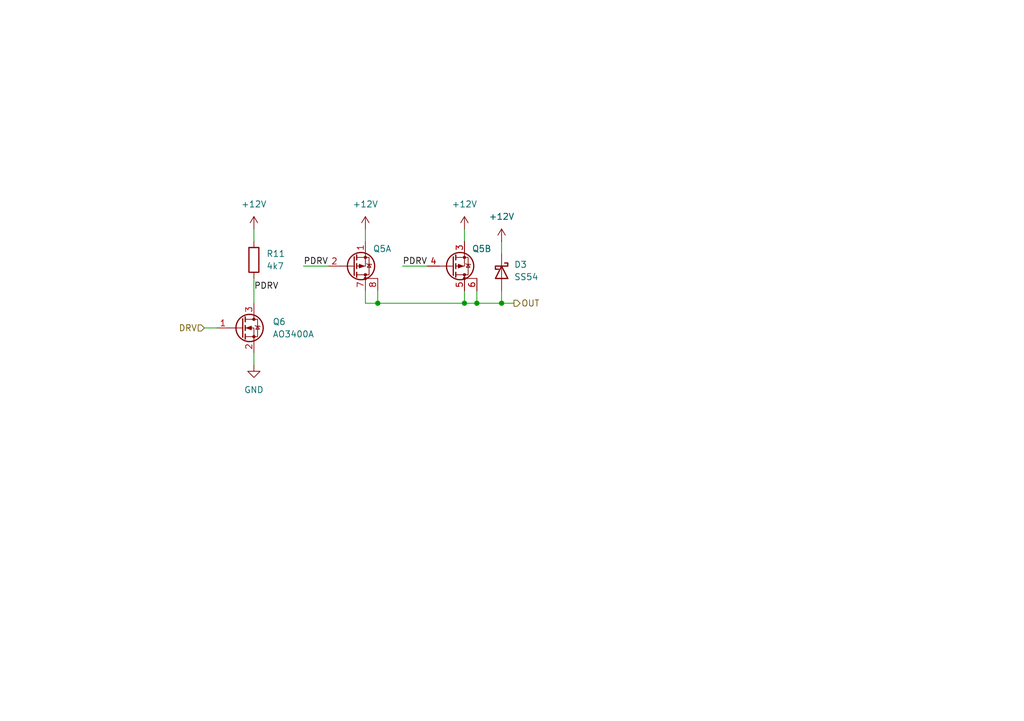
<source format=kicad_sch>
(kicad_sch (version 20231120) (generator "eeschema") (generator_version "8.0")
  (paper "A5")
  (lib_symbols
    (symbol "Device:D_Schottky" (pin_numbers hide) (pin_names (offset 1.016) hide)
      (property "Reference" "D" (at 0 2.54 0))
      (property "Value" "D_Schottky" (at 0 -2.54 0))
      (symbol "D_Schottky_0_1"
        (polyline (pts (xy 1.27 0) (xy -1.27 0)))
        (polyline (pts (xy 1.27 1.27) (xy 1.27 -1.27) (xy -1.27 0) (xy 1.27 1.27)) (stroke (width 0.254)))
        (polyline (pts (xy -1.905 0.635) (xy -1.905 1.27) (xy -1.27 1.27) (xy -1.27 -1.27) (xy -0.635 -1.27) (xy -0.635 -0.635)) (stroke (width 0.254)))
      )
      (symbol "D_Schottky_1_1"
        (pin passive line (at -3.81 0 0) (length 2.54) (name "K") (number "1"))
        (pin passive line (at 3.81 0 180) (length 2.54) (name "A") (number "2"))
      )
    )
    (symbol "Device:Q_Dual_PMOS_S1G1S2G2D2D2D1D1" (pin_names (offset 0) hide)
      (property "Reference" "Q" (at 6.35 1.27 0))
      (property "Value" "Q_Dual_PMOS_S1G1S2G2D2D2D1D1" (at 21.59 -1.27 0))
      (symbol "Q_Dual_PMOS_S1G1S2G2D2D2D1D1_0_1"
        (polyline (pts (xy 0.254 0) (xy -2.54 0)))
        (polyline (pts (xy 0.254 1.905) (xy 0.254 -1.905)) (stroke (width 0.254)))
        (polyline (pts (xy 0.762 -1.27) (xy 0.762 -2.286)) (stroke (width 0.254)))
        (polyline (pts (xy 0.762 0.508) (xy 0.762 -0.508)) (stroke (width 0.254)))
        (polyline (pts (xy 0.762 2.286) (xy 0.762 1.27)) (stroke (width 0.254)))
        (polyline (pts (xy 2.54 2.54) (xy 2.54 1.778)))
        (polyline (pts (xy 2.54 -2.54) (xy 2.54 0) (xy 0.762 0)))
        (polyline (pts (xy 0.762 1.778) (xy 3.302 1.778) (xy 3.302 -1.778) (xy 0.762 -1.778)))
        (polyline (pts (xy 2.286 0) (xy 1.27 0.381) (xy 1.27 -0.381) (xy 2.286 0)) (fill (type outline)))
        (polyline (pts (xy 2.794 -0.508) (xy 2.921 -0.381) (xy 3.683 -0.381) (xy 3.81 -0.254)))
        (polyline (pts (xy 3.302 -0.381) (xy 2.921 0.254) (xy 3.683 0.254) (xy 3.302 -0.381)))
        (circle (center 1.651 0) (radius 2.794) (stroke (width 0.254)))
        (circle (center 2.54 -1.778) (radius 0.254) (fill (type outline)))
        (circle (center 2.54 1.778) (radius 0.254) (fill (type outline)))
        (circle (center 2.54 2.54) (radius 0.254) (fill (type outline)))
        (rectangle (start 5.08 2.54) (end 2.54 2.54))
      )
      (symbol "Q_Dual_PMOS_S1G1S2G2D2D2D1D1_1_1"
        (pin passive line (at 2.54 -5.08 90) (length 2.54) (name "S") (number "1"))
        (pin input line (at -5.08 0 0) (length 2.54) (name "G") (number "2"))
        (pin passive line (at 2.54 5.08 270) (length 2.54) (name "D") (number "7"))
        (pin passive line (at 5.08 5.08 270) (length 2.54) (name "D") (number "8"))
      )
      (symbol "Q_Dual_PMOS_S1G1S2G2D2D2D1D1_2_1"
        (pin passive line (at 2.54 -5.08 90) (length 2.54) (name "S") (number "3"))
        (pin input line (at -5.08 0 0) (length 2.54) (name "G") (number "4"))
        (pin passive line (at 2.54 5.08 270) (length 2.54) (name "D") (number "5"))
        (pin passive line (at 5.08 5.08 270) (length 2.54) (name "D") (number "6"))
      )
    )
    (symbol "Device:R" (pin_numbers hide) (pin_names (offset 0))
      (property "Reference" "R" (at 2.032 0 90))
      (property "Value" "R" (at 0 0 90))
      (symbol "R_0_1"
        (rectangle (start -1.016 -2.54) (end 1.016 2.54) (stroke (width 0.254)))
      )
      (symbol "R_1_1"
        (pin passive line (at 0 3.81 270) (length 1.27) (name "~") (number "1"))
        (pin passive line (at 0 -3.81 90) (length 1.27) (name "~") (number "2"))
      )
    )
    (symbol "Transistor_FET:AO3400A" (pin_names hide)
      (property "Reference" "Q" (at 5.08 1.905 0))
      (property "Value" "AO3400A" (at 5.08 0 0))
      (symbol "AO3400A_0_1"
        (polyline (pts (xy 0.254 0) (xy -2.54 0)))
        (polyline (pts (xy 0.254 1.905) (xy 0.254 -1.905)) (stroke (width 0.254)))
        (polyline (pts (xy 0.762 -1.27) (xy 0.762 -2.286)) (stroke (width 0.254)))
        (polyline (pts (xy 0.762 0.508) (xy 0.762 -0.508)) (stroke (width 0.254)))
        (polyline (pts (xy 0.762 2.286) (xy 0.762 1.27)) (stroke (width 0.254)))
        (polyline (pts (xy 2.54 2.54) (xy 2.54 1.778)))
        (polyline (pts (xy 2.54 -2.54) (xy 2.54 0) (xy 0.762 0)))
        (polyline (pts (xy 0.762 -1.778) (xy 3.302 -1.778) (xy 3.302 1.778) (xy 0.762 1.778)))
        (polyline (pts (xy 1.016 0) (xy 2.032 0.381) (xy 2.032 -0.381) (xy 1.016 0)) (fill (type outline)))
        (polyline (pts (xy 2.794 0.508) (xy 2.921 0.381) (xy 3.683 0.381) (xy 3.81 0.254)))
        (polyline (pts (xy 3.302 0.381) (xy 2.921 -0.254) (xy 3.683 -0.254) (xy 3.302 0.381)))
        (circle (center 1.651 0) (radius 2.794) (stroke (width 0.254)))
        (circle (center 2.54 -1.778) (radius 0.254) (fill (type outline)))
        (circle (center 2.54 1.778) (radius 0.254) (fill (type outline)))
      )
      (symbol "AO3400A_1_1"
        (pin input line (at -5.08 0 0) (length 2.54) (name "G") (number "1"))
        (pin passive line (at 2.54 -5.08 90) (length 2.54) (name "S") (number "2"))
        (pin passive line (at 2.54 5.08 270) (length 2.54) (name "D") (number "3"))
      )
    )
    (symbol "power:+12V" (power) (pin_numbers hide) (pin_names (offset 0) hide)
      (property "Value" "+12V" (at 0 3.556 0))
      (symbol "+12V_0_1"
        (polyline (pts (xy -0.762 1.27) (xy 0 2.54)))
        (polyline (pts (xy 0 0) (xy 0 2.54)))
        (polyline (pts (xy 0 2.54) (xy 0.762 1.27)))
      )
      (symbol "+12V_1_1"
        (pin power_in line (at 0 0 90) (length 0) (name "~") (number "1"))
      )
    )
    (symbol "power:GND" (power) (pin_numbers hide) (pin_names (offset 0) hide)
      (property "Value" "GND" (at 0 -3.81 0))
      (symbol "GND_0_1"
        (polyline (pts (xy 0 0) (xy 0 -1.27) (xy 1.27 -1.27) (xy 0 -2.54) (xy -1.27 -1.27) (xy 0 -1.27)))
      )
      (symbol "GND_1_1"
        (pin power_in line (at 0 0 270) (length 0) (name "~") (number "1"))
      )
    )
  )
  (junction (at 102.87 62.23))
  (junction (at 95.25 62.23))
  (junction (at 97.79 62.23))
  (junction (at 77.47 62.23))
  (wire (pts (xy 52.07 46.99) (xy 52.07 49.53)))
  (wire (pts (xy 102.87 49.53) (xy 102.87 52.07)))
  (wire (pts (xy 52.07 72.39) (xy 52.07 74.93)))
  (wire (pts (xy 62.23 54.61) (xy 67.31 54.61)))
  (wire (pts (xy 74.93 62.23) (xy 77.47 62.23)))
  (wire (pts (xy 52.07 57.15) (xy 52.07 62.23)))
  (wire (pts (xy 77.47 62.23) (xy 95.25 62.23)))
  (wire (pts (xy 74.93 46.99) (xy 74.93 49.53)))
  (wire (pts (xy 97.79 59.69) (xy 97.79 62.23)))
  (wire (pts (xy 95.25 46.99) (xy 95.25 49.53)))
  (wire (pts (xy 102.87 62.23) (xy 105.41 62.23)))
  (wire (pts (xy 77.47 59.69) (xy 77.47 62.23)))
  (wire (pts (xy 74.93 59.69) (xy 74.93 62.23)))
  (wire (pts (xy 102.87 59.69) (xy 102.87 62.23)))
  (wire (pts (xy 95.25 59.69) (xy 95.25 62.23)))
  (wire (pts (xy 82.55 54.61) (xy 87.63 54.61)))
  (wire (pts (xy 41.91 67.31) (xy 44.45 67.31)))
  (wire (pts (xy 95.25 62.23) (xy 97.79 62.23)))
  (wire (pts (xy 97.79 62.23) (xy 102.87 62.23)))
  (label "PDRV" (at 52.07 59.69 0))
  (label "PDRV" (at 62.23 54.61 0))
  (label "PDRV" (at 82.55 54.61 0))
  (hierarchical_label "OUT" (shape output) (at 105.41 62.23 0))
  (hierarchical_label "DRV" (shape input) (at 41.91 67.31 180))
  (symbol (lib_id "power:+12V") (at 74.93 46.99 0) (unit 1)
    (property "Reference" "#PWR047" (effects (hide yes)))
    (property "Value" "+12V" (at 74.93 41.91 0))
    (property "Description" "Power symbol creates a global label with name \"+12V\"" (effects (hide yes)))
    (instances (project "traction-control" (path "" (reference "#PWR047") (unit 1)) (path "" (reference "#PWR042") (unit 1))))
  )
  (symbol (lib_id "power:GND") (at 52.07 74.93 0) (unit 1)
    (property "Reference" "#PWR050" (effects (hide yes)))
    (property "Value" "GND" (at 52.07 80.01 0))
    (property "Description" "Power symbol creates a global label with name \"GND\" , ground" (effects (hide yes)))
    (instances (project "traction-control" (path "" (reference "#PWR050") (unit 1)) (path "" (reference "#PWR045") (unit 1))))
  )
  (symbol (lib_id "power:+12V") (at 102.87 49.53 0) (unit 1)
    (property "Reference" "#PWR049" (effects (hide yes)))
    (property "Value" "+12V" (at 102.87 44.45 0))
    (property "Description" "Power symbol creates a global label with name \"+12V\"" (effects (hide yes)))
    (instances (project "traction-control" (path "" (reference "#PWR049") (unit 1)) (path "" (reference "#PWR044") (unit 1))))
  )
  (symbol (lib_id "power:+12V") (at 95.25 46.99 0) (unit 1)
    (property "Reference" "#PWR048" (effects (hide yes)))
    (property "Value" "+12V" (at 95.25 41.91 0))
    (property "Description" "Power symbol creates a global label with name \"+12V\"" (effects (hide yes)))
    (instances (project "traction-control" (path "" (reference "#PWR048") (unit 1)) (path "" (reference "#PWR043") (unit 1))))
  )
  (symbol (lib_id "Device:D_Schottky") (at 102.87 55.88 270) (unit 1)
    (property "Reference" "D3" (at 105.41 54.2924 90) (effects (justify left)))
    (property "Value" "SS54" (at 105.41 56.8324 90) (effects (justify left)))
    (property "Footprint" "Diode_SMD:D_SMA" (effects (hide yes)))
    (property "Description" "Schottky diode" (effects (hide yes)))
    (property "LCSC" "C22452" (effects (hide yes)))
    (instances (project "traction-control" (path "" (reference "D3") (unit 1)) (path "" (reference "D2") (unit 1))))
  )
  (symbol (lib_id "Device:Q_Dual_PMOS_S1G1S2G2D2D2D1D1") (at 92.71 54.61 0) (mirror x) (unit 2)
    (property "Reference" "Q5" (at 96.774 51.054 0) (effects (justify left)))
    (property "Value" "Q_Dual_PMOS_S1G1S2G2D2D2D1D1" (effects (hide yes)))
    (property "Footprint" "Package_SO:SOP-8_3.9x4.9mm_P1.27mm" (effects (hide yes)))
    (property "Description" "Dual PMOS transistor, 8 pin package" (effects (hide yes)))
    (property "LCSC" "C725015" (effects (hide yes)))
    (instances (project "traction-control" (path "" (reference "Q5") (unit 2)) (path "" (reference "Q3") (unit 2))))
  )
  (symbol (lib_id "power:+12V") (at 52.07 46.99 0) (unit 1)
    (property "Reference" "#PWR046" (effects (hide yes)))
    (property "Value" "+12V" (at 52.07 41.91 0))
    (property "Description" "Power symbol creates a global label with name \"+12V\"" (effects (hide yes)))
    (instances (project "traction-control" (path "" (reference "#PWR046") (unit 1)) (path "" (reference "#PWR041") (unit 1))))
  )
  (symbol (lib_id "Device:R") (at 52.07 53.34 0) (unit 1)
    (property "Reference" "R11" (at 54.61 52.0699 0) (effects (justify left)))
    (property "Value" "4k7" (at 54.61 54.6099 0) (effects (justify left)))
    (property "Footprint" "Resistor_SMD:R_0402_1005Metric" (effects (hide yes)))
    (property "Description" "Resistor" (effects (hide yes)))
    (property "LCSC" "C25900" (effects (hide yes)))
    (instances (project "traction-control" (path "" (reference "R11") (unit 1)) (path "" (reference "R10") (unit 1))))
  )
  (symbol (lib_id "Transistor_FET:AO3400A") (at 49.53 67.31 0) (unit 1)
    (property "Reference" "Q6" (at 55.88 66.0399 0) (effects (justify left)))
    (property "Value" "AO3400A" (at 55.88 68.5799 0) (effects (justify left)))
    (property "Footprint" "Package_TO_SOT_SMD:SOT-23" (effects (hide yes)))
    (property "Datasheet" "http://www.aosmd.com/pdfs/datasheet/AO3400A.pdf" (effects (hide yes)))
    (property "Description" "30V Vds, 5.7A Id, N-Channel MOSFET, SOT-23" (effects (hide yes)))
    (property "LCSC" "C20917" (effects (hide yes)))
    (instances (project "traction-control" (path "" (reference "Q6") (unit 1)) (path "" (reference "Q4") (unit 1))))
  )
  (symbol (lib_id "Device:Q_Dual_PMOS_S1G1S2G2D2D2D1D1") (at 72.39 54.61 0) (mirror x) (unit 1)
    (property "Reference" "Q5" (at 76.454 51.054 0) (effects (justify left)))
    (property "Value" "Q_Dual_PMOS_S1G1S2G2D2D2D1D1" (effects (hide yes)))
    (property "Footprint" "Package_SO:SOP-8_3.9x4.9mm_P1.27mm" (effects (hide yes)))
    (property "Description" "Dual PMOS transistor, 8 pin package" (effects (hide yes)))
    (property "LCSC" "C725015" (effects (hide yes)))
    (instances (project "traction-control" (path "" (reference "Q5") (unit 1)) (path "" (reference "Q3") (unit 1))))
  )
)
</source>
